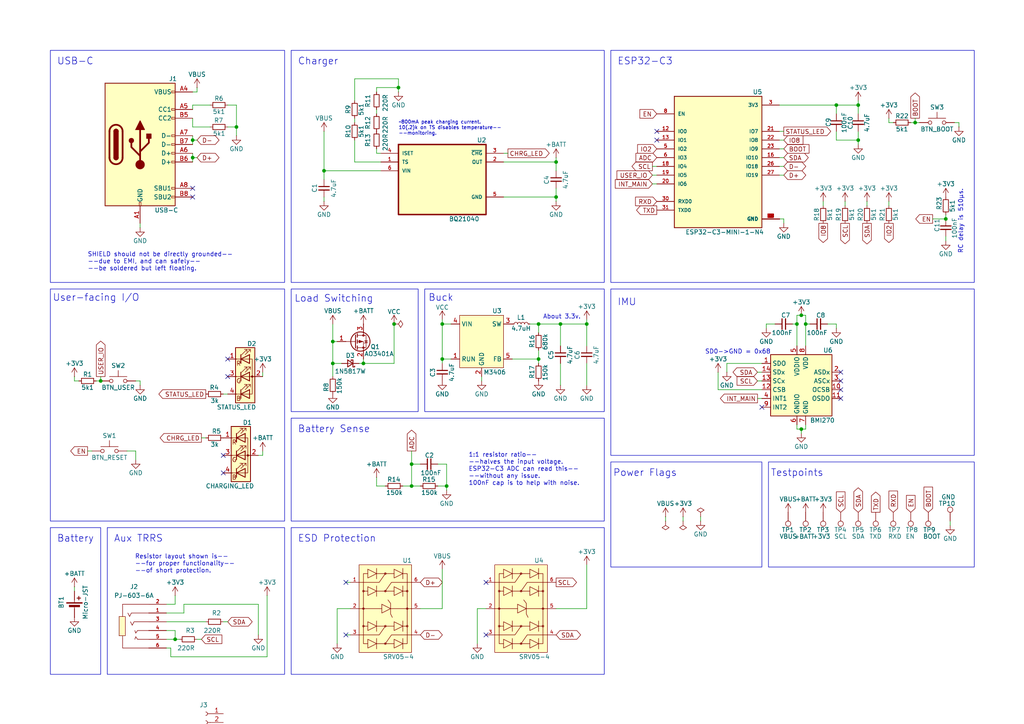
<source format=kicad_sch>
(kicad_sch (version 20231120) (generator "eeschema") (generator_version "8.0")
  (paper "A4")
  (title_block (title "Lilypad") (date "2024-01-23") (rev "V5 R2") (company "Made by Meia of KOUNOLAB for LilypadVR"))
  (junction (at 55.88 40.64))
  (junction (at 29.21 110.49))
  (junction (at 105.41 105.41))
  (junction (at 55.88 45.72))
  (junction (at 115.57 25.4))
  (junction (at 248.92 30.48))
  (junction (at 265.43 35.56))
  (junction (at 93.98 49.53))
  (junction (at 231.14 93.98))
  (junction (at 162.56 93.98))
  (junction (at 114.3 93.98))
  (junction (at 248.92 40.64))
  (junction (at 232.41 124.46))
  (junction (at 119.38 140.97))
  (junction (at 128.27 104.14))
  (junction (at 128.27 93.98))
  (junction (at 170.18 93.98))
  (junction (at 232.41 91.44))
  (junction (at 242.57 30.48))
  (junction (at 161.29 46.99))
  (junction (at 96.52 105.41))
  (junction (at 50.8 185.42))
  (junction (at 233.68 93.98))
  (junction (at 129.54 140.97))
  (junction (at 156.21 93.98))
  (junction (at 161.29 57.15))
  (junction (at 156.21 104.14))
  (junction (at 119.38 134.62))
  (junction (at 68.58 36.83))
  (junction (at 274.32 63.5))
  (junction (at 96.52 99.06))
  (no_connect (at 100.33 184.15))
  (no_connect (at 140.97 184.15))
  (no_connect (at 243.84 107.95))
  (no_connect (at 190.5 38.1))
  (no_connect (at 243.84 110.49))
  (no_connect (at 64.77 137.16))
  (no_connect (at 243.84 115.57))
  (no_connect (at 243.84 113.03))
  (no_connect (at 100.33 168.91))
  (no_connect (at 140.97 168.91))
  (no_connect (at 55.88 57.15))
  (no_connect (at 55.88 54.61))
  (no_connect (at 64.77 132.08))
  (no_connect (at 220.98 118.11))
  (no_connect (at 66.04 109.22))
  (no_connect (at 190.5 40.64))
  (no_connect (at 66.04 104.14))
  (wire (pts (xy 128.27 92.71) (xy 128.27 93.98)))
  (wire (pts (xy 275.59 151.13) (xy 275.59 152.4)))
  (wire (pts (xy 161.29 58.42) (xy 161.29 57.15)))
  (wire (pts (xy 231.14 124.46) (xy 232.41 124.46)))
  (wire (pts (xy 129.54 142.24) (xy 129.54 140.97)))
  (wire (pts (xy 242.57 30.48) (xy 248.92 30.48)))
  (wire (pts (xy 232.41 124.46) (xy 233.68 124.46)))
  (wire (pts (xy 232.41 124.46) (xy 232.41 125.73)))
  (wire (pts (xy 53.34 175.26) (xy 53.34 177.8)))
  (wire (pts (xy 231.14 124.46) (xy 231.14 123.19)))
  (wire (pts (xy 119.38 140.97) (xy 116.84 140.97)))
  (wire (pts (xy 238.76 59.69) (xy 238.76 58.42)))
  (wire (pts (xy 40.64 66.04) (xy 40.64 64.77)))
  (wire (pts (xy 115.57 25.4) (xy 115.57 26.67)))
  (wire (pts (xy 226.06 45.72) (xy 227.33 45.72)))
  (wire (pts (xy 66.04 30.48) (xy 68.58 30.48)))
  (wire (pts (xy 55.88 30.48) (xy 55.88 31.75)))
  (wire (pts (xy 55.88 44.45) (xy 55.88 45.72)))
  (wire (pts (xy 274.32 62.23) (xy 274.32 63.5)))
  (wire (pts (xy 276.86 35.56) (xy 278.13 35.56)))
  (wire (pts (xy 248.92 29.21) (xy 248.92 30.48)))
  (wire (pts (xy 128.27 176.53) (xy 121.92 176.53)))
  (wire (pts (xy 245.11 59.69) (xy 245.11 58.42)))
  (wire (pts (xy 231.14 93.98) (xy 231.14 100.33)))
  (wire (pts (xy 64.77 180.34) (xy 66.04 180.34)))
  (wire (pts (xy 109.22 25.4) (xy 115.57 25.4)))
  (wire (pts (xy 55.88 40.64) (xy 57.15 40.64)))
  (wire (pts (xy 39.37 110.49) (xy 40.64 110.49)))
  (wire (pts (xy 156.21 96.52) (xy 156.21 93.98)))
  (wire (pts (xy 220.98 105.41) (xy 210.82 105.41)))
  (wire (pts (xy 146.05 44.45) (xy 147.32 44.45)))
  (wire (pts (xy 233.68 93.98) (xy 234.95 93.98)))
  (wire (pts (xy 36.83 130.81) (xy 39.37 130.81)))
  (wire (pts (xy 226.06 63.5) (xy 227.33 63.5)))
  (wire (pts (xy 64.77 114.3) (xy 66.04 114.3)))
  (wire (pts (xy 115.57 22.86) (xy 115.57 25.4)))
  (wire (pts (xy 96.52 99.06) (xy 96.52 93.98)))
  (wire (pts (xy 226.06 43.18) (xy 227.33 43.18)))
  (wire (pts (xy 39.37 130.81) (xy 39.37 133.35)))
  (wire (pts (xy 278.13 35.56) (xy 278.13 36.83)))
  (wire (pts (xy 49.53 190.5) (xy 49.53 187.96)))
  (wire (pts (xy 77.47 190.5) (xy 77.47 172.72)))
  (wire (pts (xy 129.54 134.62) (xy 129.54 140.97)))
  (wire (pts (xy 109.22 140.97) (xy 111.76 140.97)))
  (wire (pts (xy 109.22 44.45) (xy 109.22 43.18)))
  (wire (pts (xy 139.7 109.22) (xy 139.7 110.49)))
  (wire (pts (xy 50.8 182.88) (xy 50.8 185.42)))
  (wire (pts (xy 57.15 185.42) (xy 58.42 185.42)))
  (wire (pts (xy 114.3 93.98) (xy 114.3 105.41)))
  (wire (pts (xy 49.53 190.5) (xy 77.47 190.5)))
  (wire (pts (xy 233.68 91.44) (xy 233.68 93.98)))
  (wire (pts (xy 233.68 124.46) (xy 233.68 123.19)))
  (wire (pts (xy 224.79 93.98) (xy 222.25 93.98)))
  (wire (pts (xy 231.14 93.98) (xy 231.14 91.44)))
  (wire (pts (xy 226.06 50.8) (xy 227.33 50.8)))
  (wire (pts (xy 93.98 49.53) (xy 110.49 49.53)))
  (wire (pts (xy 161.29 176.53) (xy 170.18 176.53)))
  (wire (pts (xy 208.28 107.95) (xy 208.28 113.03)))
  (wire (pts (xy 156.21 104.14) (xy 156.21 101.6)))
  (wire (pts (xy 189.23 50.8) (xy 190.5 50.8)))
  (wire (pts (xy 48.26 185.42) (xy 50.8 185.42)))
  (wire (pts (xy 109.22 31.75) (xy 109.22 33.02)))
  (wire (pts (xy 231.14 91.44) (xy 232.41 91.44)))
  (wire (pts (xy 248.92 38.1) (xy 248.92 40.64)))
  (wire (pts (xy 189.23 53.34) (xy 190.5 53.34)))
  (wire (pts (xy 74.93 175.26) (xy 74.93 184.15)))
  (wire (pts (xy 242.57 33.02) (xy 242.57 30.48)))
  (wire (pts (xy 148.59 104.14) (xy 156.21 104.14)))
  (wire (pts (xy 233.68 93.98) (xy 233.68 100.33)))
  (wire (pts (xy 248.92 33.02) (xy 248.92 30.48)))
  (wire (pts (xy 138.43 186.69) (xy 138.43 176.53)))
  (wire (pts (xy 104.14 105.41) (xy 105.41 105.41)))
  (wire (pts (xy 57.15 26.67) (xy 55.88 26.67)))
  (wire (pts (xy 102.87 34.29) (xy 102.87 35.56)))
  (wire (pts (xy 146.05 57.15) (xy 161.29 57.15)))
  (wire (pts (xy 128.27 165.1) (xy 128.27 176.53)))
  (wire (pts (xy 242.57 40.64) (xy 248.92 40.64)))
  (wire (pts (xy 219.71 110.49) (xy 220.98 110.49)))
  (wire (pts (xy 53.34 175.26) (xy 74.93 175.26)))
  (wire (pts (xy 270.51 63.5) (xy 274.32 63.5)))
  (wire (pts (xy 189.23 48.26) (xy 190.5 48.26)))
  (wire (pts (xy 102.87 46.99) (xy 102.87 40.64)))
  (wire (pts (xy 96.52 105.41) (xy 99.06 105.41)))
  (wire (pts (xy 110.49 44.45) (xy 109.22 44.45)))
  (wire (pts (xy 226.06 30.48) (xy 242.57 30.48)))
  (wire (pts (xy 193.04 149.86) (xy 193.04 151.13)))
  (wire (pts (xy 128.27 93.98) (xy 130.81 93.98)))
  (wire (pts (xy 219.71 115.57) (xy 220.98 115.57)))
  (wire (pts (xy 40.64 110.49) (xy 40.64 111.76)))
  (wire (pts (xy 161.29 45.72) (xy 161.29 46.99)))
  (wire (pts (xy 27.94 110.49) (xy 29.21 110.49)))
  (wire (pts (xy 162.56 93.98) (xy 162.56 100.33)))
  (wire (pts (xy 105.41 105.41) (xy 114.3 105.41)))
  (wire (pts (xy 266.7 35.56) (xy 265.43 35.56)))
  (wire (pts (xy 55.88 40.64) (xy 55.88 39.37)))
  (wire (pts (xy 50.8 175.26) (xy 50.8 172.72)))
  (wire (pts (xy 55.88 36.83) (xy 55.88 34.29)))
  (wire (pts (xy 58.42 127) (xy 59.69 127)))
  (wire (pts (xy 76.2 130.81) (xy 76.2 132.08)))
  (wire (pts (xy 170.18 93.98) (xy 170.18 100.33)))
  (wire (pts (xy 68.58 36.83) (xy 66.04 36.83)))
  (wire (pts (xy 162.56 93.98) (xy 170.18 93.98)))
  (wire (pts (xy 265.43 34.29) (xy 265.43 35.56)))
  (wire (pts (xy 68.58 30.48) (xy 68.58 36.83)))
  (wire (pts (xy 93.98 49.53) (xy 93.98 52.07)))
  (wire (pts (xy 93.98 38.1) (xy 93.98 49.53)))
  (wire (pts (xy 55.88 30.48) (xy 60.96 30.48)))
  (wire (pts (xy 100.33 168.91) (xy 101.6 168.91)))
  (wire (pts (xy 119.38 134.62) (xy 119.38 140.97)))
  (wire (pts (xy 251.46 59.69) (xy 251.46 58.42)))
  (wire (pts (xy 25.4 130.81) (xy 26.67 130.81)))
  (wire (pts (xy 96.52 99.06) (xy 96.52 105.41)))
  (wire (pts (xy 21.59 109.22) (xy 21.59 110.49)))
  (wire (pts (xy 110.49 46.99) (xy 102.87 46.99)))
  (wire (pts (xy 128.27 104.14) (xy 130.81 104.14)))
  (wire (pts (xy 48.26 180.34) (xy 59.69 180.34)))
  (wire (pts (xy 68.58 39.37) (xy 68.58 36.83)))
  (wire (pts (xy 97.79 186.69) (xy 97.79 176.53)))
  (wire (pts (xy 109.22 25.4) (xy 109.22 26.67)))
  (wire (pts (xy 60.96 36.83) (xy 55.88 36.83)))
  (wire (pts (xy 109.22 138.43) (xy 109.22 140.97)))
  (wire (pts (xy 226.06 40.64) (xy 227.33 40.64)))
  (wire (pts (xy 257.81 35.56) (xy 259.08 35.56)))
  (wire (pts (xy 74.93 132.08) (xy 76.2 132.08)))
  (wire (pts (xy 21.59 170.18) (xy 21.59 171.45)))
  (wire (pts (xy 170.18 163.83) (xy 170.18 176.53)))
  (wire (pts (xy 156.21 104.14) (xy 156.21 105.41)))
  (wire (pts (xy 48.26 182.88) (xy 50.8 182.88)))
  (wire (pts (xy 49.53 187.96) (xy 48.26 187.96)))
  (wire (pts (xy 161.29 46.99) (xy 161.29 49.53)))
  (wire (pts (xy 198.12 149.86) (xy 198.12 151.13)))
  (wire (pts (xy 93.98 57.15) (xy 93.98 58.42)))
  (wire (pts (xy 170.18 92.71) (xy 170.18 93.98)))
  (wire (pts (xy 55.88 41.91) (xy 55.88 40.64)))
  (wire (pts (xy 146.05 46.99) (xy 161.29 46.99)))
  (wire (pts (xy 232.41 91.44) (xy 233.68 91.44)))
  (wire (pts (xy 105.41 105.41) (xy 105.41 104.14)))
  (wire (pts (xy 203.2 149.86) (xy 203.2 151.13)))
  (wire (pts (xy 220.98 113.03) (xy 208.28 113.03)))
  (wire (pts (xy 264.16 35.56) (xy 265.43 35.56)))
  (wire (pts (xy 50.8 185.42) (xy 52.07 185.42)))
  (wire (pts (xy 102.87 22.86) (xy 115.57 22.86)))
  (wire (pts (xy 153.67 93.98) (xy 156.21 93.98)))
  (wire (pts (xy 222.25 93.98) (xy 222.25 95.25)))
  (wire (pts (xy 100.33 184.15) (xy 101.6 184.15)))
  (wire (pts (xy 48.26 175.26) (xy 50.8 175.26)))
  (wire (pts (xy 21.59 110.49) (xy 22.86 110.49)))
  (wire (pts (xy 226.06 48.26) (xy 227.33 48.26)))
  (wire (pts (xy 57.15 25.4) (xy 57.15 26.67)))
  (wire (pts (xy 240.03 93.98) (xy 242.57 93.98)))
  (wire (pts (xy 229.87 93.98) (xy 231.14 93.98)))
  (wire (pts (xy 102.87 22.86) (xy 102.87 29.21)))
  (wire (pts (xy 127 134.62) (xy 129.54 134.62)))
  (wire (pts (xy 248.92 40.64) (xy 248.92 41.91)))
  (wire (pts (xy 119.38 140.97) (xy 121.92 140.97)))
  (wire (pts (xy 128.27 93.98) (xy 128.27 104.14)))
  (wire (pts (xy 97.79 176.53) (xy 101.6 176.53)))
  (wire (pts (xy 76.2 107.95) (xy 76.2 109.22)))
  (wire (pts (xy 257.81 34.29) (xy 257.81 35.56)))
  (wire (pts (xy 128.27 105.41) (xy 128.27 104.14)))
  (wire (pts (xy 219.71 107.95) (xy 220.98 107.95)))
  (wire (pts (xy 257.81 59.69) (xy 257.81 58.42)))
  (wire (pts (xy 55.88 45.72) (xy 55.88 46.99)))
  (wire (pts (xy 170.18 105.41) (xy 170.18 111.76)))
  (wire (pts (xy 119.38 130.81) (xy 119.38 134.62)))
  (wire (pts (xy 156.21 93.98) (xy 162.56 93.98)))
  (wire (pts (xy 242.57 40.64) (xy 242.57 38.1)))
  (wire (pts (xy 242.57 93.98) (xy 242.57 95.25)))
  (wire (pts (xy 162.56 105.41) (xy 162.56 111.76)))
  (wire (pts (xy 274.32 68.58) (xy 274.32 69.85)))
  (wire (pts (xy 138.43 176.53) (xy 140.97 176.53)))
  (wire (pts (xy 53.34 177.8) (xy 48.26 177.8)))
  (wire (pts (xy 97.79 99.06) (xy 96.52 99.06)))
  (wire (pts (xy 29.21 109.22) (xy 29.21 110.49)))
  (wire (pts (xy 119.38 134.62) (xy 121.92 134.62)))
  (wire (pts (xy 127 140.97) (xy 129.54 140.97)))
  (wire (pts (xy 161.29 57.15) (xy 161.29 54.61)))
  (wire (pts (xy 226.06 38.1) (xy 227.33 38.1)))
  (wire (pts (xy 227.33 63.5) (xy 227.33 64.77)))
  (wire (pts (xy 55.88 45.72) (xy 57.15 45.72)))
  (wire (pts (xy 96.52 105.41) (xy 96.52 109.22)))
  (wire (pts (xy 210.82 105.41) (xy 210.82 107.95)))
  (rectangle (start 84.455 14.605) (end 175.26 81.915))
  (rectangle (start 14.605 14.605) (end 82.55 81.915))
  (rectangle (start 84.455 83.82) (end 121.285 119.38))
  (rectangle (start 177.165 83.82) (end 282.575 132.08))
  (rectangle (start 84.455 121.285) (end 175.26 151.13))
  (rectangle (start 123.19 83.82) (end 175.26 119.38))
  (rectangle (start 177.165 133.985) (end 220.98 164.465))
  (rectangle (start 14.605 153.035) (end 29.21 195.58))
  (rectangle (start 84.455 153.035) (end 175.26 195.58))
  (rectangle (start 177.165 14.605) (end 282.575 81.915))
  (rectangle (start 14.605 83.82) (end 82.55 151.13))
  (rectangle (start 222.885 133.985) (end 282.575 164.465))
  (rectangle (start 31.115 153.035) (end 82.55 195.58))
  (text "USB-C" (at 16.51 19.05 0) (effects (font (size 2 2)) (justify left bottom)))
  (text "User-facing I/O" (at 15.24 87.63 0) (effects (font (size 2 2)) (justify left bottom)))
  (text "Testpoints\n" (at 223.52 138.43 0) (effects (font (size 2 2)) (justify left bottom)))
  (text "RC delay is 510µs." (at 279.4 73.66 90) (effects (font (size 1.27 1.27)) (justify left bottom)))
  (text "1:1 resistor ratio--\n--halves the input voltage.\nESP32-C3 ADC can read this--\n--without any issue.\n100nF cap is to help with noise." (at 135.89 140.97 0) (effects (font (size 1.27 1.27)) (justify left bottom)))
  (text "Battery Sense" (at 86.36 125.73 0) (effects (font (size 2 2)) (justify left bottom)))
  (text "About 3.3v." (at 157.48 92.71 0) (effects (font (size 1.27 1.27)) (justify left bottom)))
  (text "Power Flags" (at 177.8 138.43 0) (effects (font (size 2 2)) (justify left bottom)))
  (text "ESD Protection" (at 86.36 157.48 0) (effects (font (size 2 2)) (justify left bottom)))
  (text "Load Switching" (at 85.344 87.884 0) (effects (font (size 2 2)) (justify left bottom)))
  (text "~800mA peak charging current.\n10(.2)k on TS disables temperature--\n--monitoring." (at 115.57 39.37 0) (effects (font (size 1 1)) (justify left bottom)))
  (text "Resistor layout shown is--\n--for proper functionality--\n--of short protection." (at 39.116 166.37 0) (effects (font (size 1.27 1.27)) (justify left bottom)))
  (text "SD0->GND = 0x68" (at 204.47 102.87 0) (effects (font (size 1.27 1.27)) (justify left bottom)))
  (text "SHIELD should not be directly grounded--\n--due to EMI, and can safely--\n--be soldered but left floating." (at 25.4 78.74 0) (effects (font (size 1.27 1.27)) (justify left bottom)))
  (text "Battery" (at 16.51 157.48 0) (effects (font (size 2 2)) (justify left bottom)))
  (text "ESP32-C3" (at 179.07 19.05 0) (effects (font (size 2 2)) (justify left bottom)))
  (text "Charger" (at 86.36 19.05 0) (effects (font (size 2 2)) (justify left bottom)))
  (text "Aux TRRS" (at 33.02 157.48 0) (effects (font (size 2 2)) (justify left bottom)))
  (text "IMU" (at 179.07 88.9 0) (effects (font (size 2 2)) (justify left bottom)))
  (text "Buck" (at 124.206 87.63 0) (effects (font (size 2 2)) (justify left bottom)))
  (global_label "SDA" (shape output) (at 251.46 64.77 270) (property "Intersheetrefs" "${INTERSHEET_REFS}" (effects (hide yes))))
  (global_label "INT_MAIN" (shape output) (at 219.71 115.57 180) (property "Intersheetrefs" "${INTERSHEET_REFS}" (effects (hide yes))))
  (global_label "SCL" (shape input) (at 58.42 185.42 0) (property "Intersheetrefs" "${INTERSHEET_REFS}" (effects (hide yes))))
  (global_label "D+" (shape bidirectional) (at 227.33 50.8 0) (property "Intersheetrefs" "${INTERSHEET_REFS}" (effects (hide yes))))
  (global_label "RXD" (shape input) (at 190.5 58.42 180) (property "Intersheetrefs" "${INTERSHEET_REFS}" (effects (hide yes))))
  (global_label "USER_IO" (shape input) (at 189.23 50.8 180) (property "Intersheetrefs" "${INTERSHEET_REFS}" (effects (hide yes))))
  (global_label "SDA" (shape bidirectional) (at 227.33 45.72 0) (property "Intersheetrefs" "${INTERSHEET_REFS}" (effects (hide yes))))
  (global_label "ADC" (shape output) (at 119.38 130.81 90) (property "Intersheetrefs" "${INTERSHEET_REFS}" (effects (hide yes))))
  (global_label "CHRG_LED" (shape output) (at 58.42 127 180) (property "Intersheetrefs" "${INTERSHEET_REFS}" (effects (hide yes))))
  (global_label "EN" (shape output) (at 270.51 63.5 180) (property "Intersheetrefs" "${INTERSHEET_REFS}" (effects (hide yes))))
  (global_label "SDA" (shape bidirectional) (at 248.92 148.59 90) (property "Intersheetrefs" "${INTERSHEET_REFS}" (effects (hide yes))))
  (global_label "EN" (shape input) (at 264.16 148.59 90) (property "Intersheetrefs" "${INTERSHEET_REFS}" (effects (hide yes))))
  (global_label "IO8" (shape input) (at 227.33 40.64 0) (property "Intersheetrefs" "${INTERSHEET_REFS}" (effects (hide yes))))
  (global_label "BOOT" (shape input) (at 269.24 148.59 90) (property "Intersheetrefs" "${INTERSHEET_REFS}" (effects (hide yes))))
  (global_label "EN" (shape input) (at 190.5 33.02 180) (property "Intersheetrefs" "${INTERSHEET_REFS}" (effects (hide yes))))
  (global_label "TXD" (shape output) (at 254 148.59 90) (property "Intersheetrefs" "${INTERSHEET_REFS}" (effects (hide yes))))
  (global_label "SCL" (shape input) (at 243.84 148.59 90) (property "Intersheetrefs" "${INTERSHEET_REFS}" (effects (hide yes))))
  (global_label "D-" (shape bidirectional) (at 57.15 40.64 0) (property "Intersheetrefs" "${INTERSHEET_REFS}" (effects (hide yes))))
  (global_label "TXD" (shape output) (at 190.5 60.96 180) (property "Intersheetrefs" "${INTERSHEET_REFS}" (effects (hide yes))))
  (global_label "STATUS_LED" (shape output) (at 59.69 114.3 180) (property "Intersheetrefs" "${INTERSHEET_REFS}" (effects (hide yes))))
  (global_label "BOOT" (shape input) (at 227.33 43.18 0) (property "Intersheetrefs" "${INTERSHEET_REFS}" (effects (hide yes))))
  (global_label "CHRG_LED" (shape output) (at 147.32 44.45 0) (property "Intersheetrefs" "${INTERSHEET_REFS}" (effects (hide yes))))
  (global_label "SCL" (shape output) (at 245.11 64.77 270) (property "Intersheetrefs" "${INTERSHEET_REFS}" (effects (hide yes))))
  (global_label "D+" (shape bidirectional) (at 57.15 45.72 0) (property "Intersheetrefs" "${INTERSHEET_REFS}" (effects (hide yes))))
  (global_label "SDA" (shape bidirectional) (at 66.04 180.34 0) (property "Intersheetrefs" "${INTERSHEET_REFS}" (effects (hide yes))))
  (global_label "D-" (shape bidirectional) (at 121.92 184.15 0) (property "Intersheetrefs" "${INTERSHEET_REFS}" (effects (hide yes))))
  (global_label "EN" (shape output) (at 25.4 130.81 180) (property "Intersheetrefs" "${INTERSHEET_REFS}" (effects (hide yes))))
  (global_label "SCL" (shape output) (at 161.29 168.91 0) (property "Intersheetrefs" "${INTERSHEET_REFS}" (effects (hide yes))))
  (global_label "INT_MAIN" (shape input) (at 189.23 53.34 180) (property "Intersheetrefs" "${INTERSHEET_REFS}" (effects (hide yes))))
  (global_label "SDA" (shape bidirectional) (at 161.29 184.15 0) (property "Intersheetrefs" "${INTERSHEET_REFS}" (effects (hide yes))))
  (global_label "IO8" (shape output) (at 238.76 64.77 270) (property "Intersheetrefs" "${INTERSHEET_REFS}" (effects (hide yes))))
  (global_label "ADC" (shape input) (at 190.5 45.72 180) (property "Intersheetrefs" "${INTERSHEET_REFS}" (effects (hide yes))))
  (global_label "IO2" (shape output) (at 257.81 64.77 270) (property "Intersheetrefs" "${INTERSHEET_REFS}" (effects (hide yes))))
  (global_label "SDA" (shape bidirectional) (at 219.71 107.95 180) (property "Intersheetrefs" "${INTERSHEET_REFS}" (effects (hide yes))))
  (global_label "D-" (shape bidirectional) (at 227.33 48.26 0) (property "Intersheetrefs" "${INTERSHEET_REFS}" (effects (hide yes))))
  (global_label "STATUS_LED" (shape output) (at 227.33 38.1 0) (property "Intersheetrefs" "${INTERSHEET_REFS}" (effects (hide yes))))
  (global_label "SCL" (shape output) (at 189.23 48.26 180) (property "Intersheetrefs" "${INTERSHEET_REFS}" (effects (hide yes))))
  (global_label "IO2" (shape input) (at 190.5 43.18 180) (property "Intersheetrefs" "${INTERSHEET_REFS}" (effects (hide yes))))
  (global_label "USER_IO" (shape output) (at 29.21 109.22 90) (property "Intersheetrefs" "${INTERSHEET_REFS}" (effects (hide yes))))
  (global_label "D+" (shape bidirectional) (at 121.92 168.91 0) (property "Intersheetrefs" "${INTERSHEET_REFS}" (effects (hide yes))))
  (global_label "SCL" (shape input) (at 219.71 110.49 180) (property "Intersheetrefs" "${INTERSHEET_REFS}" (effects (hide yes))))
  (global_label "RXD" (shape input) (at 259.08 148.59 90) (property "Intersheetrefs" "${INTERSHEET_REFS}" (effects (hide yes))))
  (global_label "BOOT" (shape output) (at 265.43 34.29 90) (property "Intersheetrefs" "${INTERSHEET_REFS}" (effects (hide yes))))
  (symbol (lib_id "Lilypad Symbols:R_Small") (at 62.23 114.3 270) (unit 1)
    (property "Reference" "R4" (at 63.5 112.395 90) (effects (justify right)))
    (property "Value" "3k" (at 63.5 116.205 90) (effects (justify right)))
    (property "Footprint" "Lilypad Footprints:R_0603_1608Metric" (effects (hide yes)))
    (property "EXTENDED?" "FALSE" (effects (hide yes)))
    (property "MPN" "C4211" (effects (hide yes)))
  )
  (symbol (lib_id "Connector:TestPoint") (at 269.24 148.59 180) (unit 1)
    (property "Reference" "TP9" (at 267.716 153.67 0) (effects (justify right)))
    (property "Value" "BOOT" (at 267.716 155.575 0) (effects (justify right)))
    (property "Footprint" "Lilypad Footprints:TestPoint_Pad_D1.5mm" (effects (hide yes)))
    (property "EXTENDED?" "N/A" (effects (hide yes)))
    (property "MPN" "N/A" (effects (hide yes)))
  )
  (symbol (lib_id "Lilypad Symbols:R_Small") (at 96.52 111.76 0) (unit 1)
    (property "Reference" "R8" (at 94.615 113.665 90) (effects (justify left)))
    (property "Value" "150k" (at 98.425 114.3 90) (effects (justify left)))
    (property "Footprint" "Lilypad Footprints:R_0603_1608Metric" (effects (hide yes)))
    (property "EXTENDED?" "FALSE" (effects (hide yes)))
    (property "MPN" "C22807" (effects (hide yes)))
  )
  (symbol (lib_id "Lilypad Symbols:R_Small") (at 63.5 30.48 270) (unit 1)
    (property "Reference" "R6" (at 63.5 28.575 90))
    (property "Value" "5k1" (at 63.5 32.385 90))
    (property "Footprint" "Lilypad Footprints:R_0603_1608Metric" (effects (hide yes)))
    (property "EXTENDED?" "FALSE" (effects (hide yes)))
    (property "MPN" "C23186" (effects (hide yes)))
  )
  (symbol (lib_id "Lilypad Symbols:R_Small") (at 156.21 107.95 0) (unit 1)
    (property "Reference" "R17" (at 154.305 109.855 90) (effects (justify left)))
    (property "Value" "150k" (at 158.115 110.49 90) (effects (justify left)))
    (property "Footprint" "Lilypad Footprints:R_0603_1608Metric" (effects (hide yes)))
    (property "EXTENDED?" "FALSE" (effects (hide yes)))
    (property "MPN" "C22807" (effects (hide yes)))
  )
  (symbol (lib_id "Connector:TestPoint") (at 228.6 148.59 180) (unit 1)
    (property "Reference" "TP1" (at 226.695 153.67 0) (effects (justify right)))
    (property "Value" "VBUS" (at 226.06 155.575 0) (effects (justify right)))
    (property "Footprint" "Lilypad Footprints:TestPoint_Pad_D1.5mm" (effects (hide yes)))
    (property "EXTENDED?" "N/A" (effects (hide yes)))
    (property "MPN" "N/A" (effects (hide yes)))
  )
  (symbol (lib_name "+3V3_1") (lib_id "power:+3V3") (at 238.76 58.42 0) (unit 1)
    (property "Reference" "#PWR046" (effects (hide yes)))
    (property "Value" "+3V3" (at 238.76 54.61 0))
    (property "Description" "Power symbol creates a global label with name \"+3V3\"" (effects (hide yes)))
  )
  (symbol (lib_name "VBUS_2") (lib_id "power:VBUS") (at 57.15 25.4 0) (unit 1)
    (property "Reference" "#PWR07" (effects (hide yes)))
    (property "Value" "VBUS" (at 57.15 21.59 0))
    (property "Description" "Power symbol creates a global label with name \"VBUS\"" (effects (hide yes)))
  )
  (symbol (lib_name "GND_1") (lib_id "power:GND") (at 138.43 186.69 0) (unit 1)
    (property "Reference" "#PWR026" (effects (hide yes)))
    (property "Value" "GND" (at 138.43 190.5 0))
    (property "Description" "Power symbol creates a global label with name \"GND\" , ground" (effects (hide yes)))
  )
  (symbol (lib_id "Lilypad Symbols:R_Small") (at 238.76 62.23 180) (unit 1)
    (property "Reference" "R18" (at 236.855 62.23 90))
    (property "Value" "5k1" (at 240.665 62.23 90))
    (property "Footprint" "Lilypad Footprints:R_0603_1608Metric" (effects (hide yes)))
    (property "EXTENDED?" "FALSE" (effects (hide yes)))
    (property "MPN" "C23186" (effects (hide yes)))
  )
  (symbol (lib_id "Lilypad Symbols:C_Small") (at 93.98 54.61 0) (unit 1)
    (property "Reference" "C1" (at 91.2374 55.9025 90) (effects (justify left)))
    (property "Value" "4.7uF" (at 96.8009 57.3636 90) (effects (justify left)))
    (property "Footprint" "Lilypad Footprints:C_0603_1608Metric" (effects (hide yes)))
    (property "MPN" "C19666" (effects (hide yes)))
    (property "EXTENDED?" "FALSE" (effects (hide yes)))
  )
  (symbol (lib_name "GND_2") (lib_id "power:GND") (at 203.2 151.13 0) (unit 1)
    (property "Reference" "#PWR037" (effects (hide yes)))
    (property "Value" "GND" (at 203.2 154.94 0))
    (property "Description" "Power symbol creates a global label with name \"GND\" , ground" (effects (hide yes)))
  )
  (symbol (lib_name "GND_2") (lib_id "power:GND") (at 170.18 111.76 0) (unit 1)
    (property "Reference" "#PWR033" (effects (hide yes)))
    (property "Value" "GND" (at 170.18 115.57 0))
    (property "Description" "Power symbol creates a global label with name \"GND\" , ground" (effects (hide yes)))
  )
  (symbol (lib_name "+3V3_1") (lib_id "power:+3V3") (at 208.28 107.95 0) (unit 1)
    (property "Reference" "#PWR038" (effects (hide yes)))
    (property "Value" "+3V3" (at 208.28 104.14 0))
    (property "Description" "Power symbol creates a global label with name \"+3V3\"" (effects (hide yes)))
  )
  (symbol (lib_name "GND_2") (lib_id "power:GND") (at 97.79 186.69 0) (unit 1)
    (property "Reference" "#PWR017" (effects (hide yes)))
    (property "Value" "GND" (at 97.79 190.5 0))
    (property "Description" "Power symbol creates a global label with name \"GND\" , ground" (effects (hide yes)))
  )
  (symbol (lib_id "Lilypad Symbols:LED_RAGB") (at 71.12 109.22 0) (unit 1)
    (property "Reference" "D2" (at 73.025 99.695 0))
    (property "Value" "STATUS_LED" (at 68.58 118.11 0))
    (property "Footprint" "Lilypad Footprints:LED-SMD_FM-3510RGBA-SG" (effects (hide yes)))
    (property "EXTENDED?" "TRUE" (effects (hide yes)))
    (property "MPN" "C727903" (effects (hide yes)))
  )
  (symbol (lib_name "GND_2") (lib_id "power:GND") (at 93.98 58.42 0) (unit 1)
    (property "Reference" "#PWR014" (effects (hide yes)))
    (property "Value" "GND" (at 93.98 62.23 0))
    (property "Description" "Power symbol creates a global label with name \"GND\" , ground" (effects (hide yes)))
  )
  (symbol (lib_id "Lilypad Symbols:C_Small") (at 227.33 93.98 90) (unit 1)
    (property "Reference" "C7" (at 229.235 91.44 90) (effects (justify left)))
    (property "Value" "100nF" (at 229.87 96.52 90) (effects (justify left)))
    (property "Footprint" "Lilypad Footprints:C_0603_1608Metric" (effects (hide yes)))
    (property "EXTENDED?" "FALSE" (effects (hide yes)))
    (property "MPN" "C14663" (effects (hide yes)))
  )
  (symbol (lib_name "VBUS_2") (lib_id "power:VBUS") (at 93.98 38.1 0) (unit 1)
    (property "Reference" "#PWR013" (effects (hide yes)))
    (property "Value" "VBUS" (at 93.98 34.29 0))
    (property "Description" "Power symbol creates a global label with name \"VBUS\"" (effects (hide yes)))
  )
  (symbol (lib_id "Lilypad Symbols:R_Small") (at 114.3 140.97 90) (mirror x) (unit 1)
    (property "Reference" "R14" (at 116.205 139.065 90) (effects (justify left)))
    (property "Value" "150k" (at 116.84 142.875 90) (effects (justify left)))
    (property "Footprint" "Lilypad Footprints:R_0603_1608Metric" (effects (hide yes)))
    (property "EXTENDED?" "FALSE" (effects (hide yes)))
    (property "MPN" "C22807" (effects (hide yes)))
  )
  (symbol (lib_id "Lilypad Symbols:R_Small") (at 109.22 29.21 180) (unit 1)
    (property "Reference" "R11" (at 106.68 27.305 90) (effects (justify left)))
    (property "Value" "220R" (at 111.76 27.305 90) (effects (justify left)))
    (property "Footprint" "Lilypad Footprints:R_0603_1608Metric" (effects (hide yes)))
    (property "EXTENDED?" "FALSE" (effects (hide yes)))
    (property "MPN" "C22962" (effects (hide yes)))
  )
  (symbol (lib_name "+3V3_1") (lib_id "power:+3V3") (at 257.81 34.29 0) (unit 1)
    (property "Reference" "#PWR053" (effects (hide yes)))
    (property "Value" "+3V3" (at 257.81 30.48 0))
    (property "Description" "Power symbol creates a global label with name \"+3V3\"" (effects (hide yes)))
  )
  (symbol (lib_id "Lilypad Symbols:SRV05-4_C558418") (at 151.13 176.53 270) (unit 1)
    (property "Reference" "U4" (at 154.94 162.56 90) (effects (justify left)))
    (property "Value" "SRV05-4" (at 150.495 190.5 90) (effects (justify left)))
    (property "Footprint" "Lilypad Footprints:SOT-23-6" (effects (hide yes)))
    (property "Datasheet" "https://item.szlcsc.com/169042.html" (effects (hide yes)))
    (property "EXTENDED?" "FALSE" (effects (hide yes)))
    (property "MPN" "C7420376" (effects (hide yes)))
  )
  (symbol (lib_name "+3V3_1") (lib_id "power:+3V3") (at 232.41 91.44 0) (unit 1)
    (property "Reference" "#PWR043" (effects (hide yes)))
    (property "Value" "+3V3" (at 232.41 87.63 0))
    (property "Description" "Power symbol creates a global label with name \"+3V3\"" (effects (hide yes)))
  )
  (symbol (lib_name "PWR_FLAG_1") (lib_id "power:PWR_FLAG") (at 203.2 149.86 0) (unit 1)
    (property "Reference" "#FLG04" (effects (hide yes)))
    (property "Value" "PWR_FLAG" (effects (hide yes)))
    (property "Description" "Special symbol for telling ERC where power comes from" (effects (hide yes)))
  )
  (symbol (lib_id "Lilypad Symbols:R_Small") (at 109.22 35.56 180) (unit 1)
    (property "Reference" "R12" (at 106.68 33.655 90) (effects (justify left)))
    (property "Value" "220R" (at 111.76 33.655 90) (effects (justify left)))
    (property "Footprint" "Lilypad Footprints:R_0603_1608Metric" (effects (hide yes)))
    (property "EXTENDED?" "FALSE" (effects (hide yes)))
    (property "MPN" "C22962" (effects (hide yes)))
  )
  (symbol (lib_id "Lilypad Symbols:C_Small") (at 162.56 102.87 0) (unit 1)
    (property "Reference" "C5" (at 159.8063 104.3311 90) (effects (justify left)))
    (property "Value" "4.7uF" (at 165.3136 105.6798 90) (effects (justify left)))
    (property "Footprint" "Lilypad Footprints:C_0603_1608Metric" (effects (hide yes)))
    (property "MPN" "C19666" (effects (hide yes)))
    (property "EXTENDED?" "FALSE" (effects (hide yes)))
  )
  (symbol (lib_id "Lilypad Symbols:R_Small") (at 109.22 40.64 180) (unit 1)
    (property "Reference" "R13" (at 106.68 38.735 90) (effects (justify left)))
    (property "Value" "220R" (at 111.76 38.735 90) (effects (justify left)))
    (property "Footprint" "Lilypad Footprints:R_0603_1608Metric" (effects (hide yes)))
    (property "EXTENDED?" "FALSE" (effects (hide yes)))
    (property "MPN" "C22962" (effects (hide yes)))
  )
  (symbol (lib_name "+3V3_1") (lib_id "power:+3V3") (at 238.76 148.59 0) (unit 1)
    (property "Reference" "#PWR047" (effects (hide yes)))
    (property "Value" "+3V3" (at 238.76 144.78 0))
    (property "Description" "Power symbol creates a global label with name \"+3V3\"" (effects (hide yes)))
  )
  (symbol (lib_name "GND_2") (lib_id "power:GND") (at 96.52 114.3 0) (unit 1)
    (property "Reference" "#PWR016" (effects (hide yes)))
    (property "Value" "GND" (at 96.52 118.11 0))
    (property "Description" "Power symbol creates a global label with name \"GND\" , ground" (effects (hide yes)))
  )
  (symbol (lib_id "Lilypad Symbols:M3406") (at 139.7 99.06 0) (unit 1)
    (property "Reference" "U3" (at 144.145 90.17 0))
    (property "Value" "M3406" (at 143.51 107.95 0))
    (property "Footprint" "Lilypad Footprints:SOT-23-5" (effects (hide yes)))
    (property "Datasheet" "https://datasheet.lcsc.com/lcsc/1811151539_XI-AN-Aerosemi-Tech-M3406-ADJ_C83224.pdf" (effects (hide yes)))
    (property "EXTENDED?" "TRUE" (effects (hide yes)))
    (property "MPN" "C83224" (effects (hide yes)))
  )
  (symbol (lib_name "GND_2") (lib_id "power:GND") (at 242.57 95.25 0) (unit 1)
    (property "Reference" "#PWR048" (effects (hide yes)))
    (property "Value" "GND" (at 242.57 99.06 0))
    (property "Description" "Power symbol creates a global label with name \"GND\" , ground" (effects (hide yes)))
  )
  (symbol (lib_name "GND_2") (lib_id "power:GND") (at 156.21 110.49 0) (unit 1)
    (property "Reference" "#PWR028" (effects (hide yes)))
    (property "Value" "GND" (at 156.21 114.3 0))
    (property "Description" "Power symbol creates a global label with name \"GND\" , ground" (effects (hide yes)))
  )
  (symbol (lib_name "+3V3_1") (lib_id "power:+3V3") (at 198.12 149.86 0) (unit 1)
    (property "Reference" "#PWR036" (effects (hide yes)))
    (property "Value" "+3V3" (at 198.12 146.05 0))
    (property "Description" "Power symbol creates a global label with name \"+3V3\"" (effects (hide yes)))
  )
  (symbol (lib_id "PJ-603-6A:PJ-603-6A") (at 41.91 180.34 0) (unit 1)
    (property "Reference" "J2" (at 38.862 170.18 0))
    (property "Value" "PJ-603-6A" (at 38.862 172.72 0))
    (property "Footprint" "Lilypad Footprints:AUDIO-TH_PJ-603-6A" (effects (hide yes)))
    (property "Datasheet" "https://atta.szlcsc.com/upload/public/pdf/source/20191118/C145809_A7CD27A1535D47C933B54D4EB70E0E36.pdf" (effects (hide yes)))
    (property "LCSC" "C145809" (effects (hide yes)))
  )
  (symbol (lib_name "+3V3_1") (lib_id "power:+3V3") (at 245.11 58.42 0) (unit 1)
    (property "Reference" "#PWR049" (effects (hide yes)))
    (property "Value" "+3V3" (at 245.11 54.61 0))
    (property "Description" "Power symbol creates a global label with name \"+3V3\"" (effects (hide yes)))
  )
  (symbol (lib_name "VBUS_2") (lib_id "power:VBUS") (at 96.52 93.98 0) (unit 1)
    (property "Reference" "#PWR015" (effects (hide yes)))
    (property "Value" "VBUS" (at 96.52 90.17 0))
    (property "Description" "Power symbol creates a global label with name \"VBUS\"" (effects (hide yes)))
  )
  (symbol (lib_id "Lilypad Symbols:R_Small") (at 156.21 99.06 0) (unit 1)
    (property "Reference" "R16" (at 154.305 100.965 90) (effects (justify left)))
    (property "Value" "680k" (at 158.115 101.6 90) (effects (justify left)))
    (property "Footprint" "Lilypad Footprints:R_0603_1608Metric" (effects (hide yes)))
    (property "EXTENDED?" "FALSE" (effects (hide yes)))
    (property "MPN" "C25822" (effects (hide yes)))
  )
  (symbol (lib_name "VBUS_1") (lib_id "power:VBUS") (at 128.27 165.1 0) (unit 1)
    (property "Reference" "#PWR024" (effects (hide yes)))
    (property "Value" "VBUS" (at 128.27 161.29 0))
    (property "Description" "Power symbol creates a global label with name \"VBUS\"" (effects (hide yes)))
  )
  (symbol (lib_name "GND_2") (lib_id "power:GND") (at 128.27 110.49 0) (unit 1)
    (property "Reference" "#PWR023" (effects (hide yes)))
    (property "Value" "GND" (at 128.27 114.3 0))
    (property "Description" "Power symbol creates a global label with name \"GND\" , ground" (effects (hide yes)))
  )
  (symbol (lib_name "+BATT_1") (lib_id "power:+BATT") (at 21.59 170.18 0) (mirror y) (unit 1)
    (property "Reference" "#PWR02" (effects (hide yes)))
    (property "Value" "+BATT" (at 21.59 166.37 0))
    (property "Description" "Power symbol creates a global label with name \"+BATT\"" (effects (hide yes)))
  )
  (symbol (lib_id "Lilypad Symbols:C_Small") (at 124.46 134.62 270) (mirror x) (unit 1)
    (property "Reference" "C2" (at 123.19 132.08 90) (effects (justify left)))
    (property "Value" "100nF" (at 121.92 137.16 90) (effects (justify left)))
    (property "Footprint" "Lilypad Footprints:C_0603_1608Metric" (effects (hide yes)))
    (property "EXTENDED?" "FALSE" (effects (hide yes)))
    (property "MPN" "C14663" (effects (hide yes)))
  )
  (symbol (lib_id "Connector:TestPoint") (at 275.59 151.13 0) (unit 1)
    (property "Reference" "TP10" (at 277.114 146.05 0) (effects (justify right)))
    (property "Value" "GND" (at 277.114 144.145 0) (effects (justify right)))
    (property "Footprint" "Lilypad Footprints:TestPoint_Pad_D1.5mm" (effects (hide yes)))
    (property "EXTENDED?" "N/A" (effects (hide yes)))
    (property "MPN" "N/A" (effects (hide yes)))
  )
  (symbol (lib_id "Transistor_FET:AO3401A") (at 102.87 99.06 0) (unit 1)
    (property "Reference" "Q1" (at 107.442 100.584 0) (effects (justify left)))
    (property "Value" "AO3401A" (at 105.664 102.616 0) (effects (justify left)))
    (property "Footprint" "Lilypad Footprints:SOT-23" (effects (hide yes)))
    (property "Datasheet" "http://www.aosmd.com/pdfs/datasheet/AO3401A.pdf" (effects (hide yes)))
    (property "Description" "-4.0A Id, -30V Vds, P-Channel MOSFET, SOT-23" (effects (hide yes)))
    (property "MPN" "C6575062" (effects (hide yes)))
    (property "EXTENDED?" "TRUE" (effects (hide yes)))
  )
  (symbol (lib_name "GND_2") (lib_id "power:GND") (at 68.58 39.37 0) (unit 1)
    (property "Reference" "#PWR08" (effects (hide yes)))
    (property "Value" "GND" (at 68.58 43.18 0))
    (property "Description" "Power symbol creates a global label with name \"GND\" , ground" (effects (hide yes)))
  )
  (symbol (lib_name "+3V3_1") (lib_id "power:+3V3") (at 257.81 58.42 0) (unit 1)
    (property "Reference" "#PWR054" (effects (hide yes)))
    (property "Value" "+3V3" (at 257.81 54.61 0))
    (property "Description" "Power symbol creates a global label with name \"+3V3\"" (effects (hide yes)))
  )
  (symbol (lib_name "GND_2") (lib_id "power:GND") (at 129.54 142.24 0) (unit 1)
    (property "Reference" "#PWR025" (effects (hide yes)))
    (property "Value" "GND" (at 129.54 146.05 0))
    (property "Description" "Power symbol creates a global label with name \"GND\" , ground" (effects (hide yes)))
  )
  (symbol (lib_name "GND_2") (lib_id "power:GND") (at 161.29 58.42 0) (unit 1)
    (property "Reference" "#PWR030" (effects (hide yes)))
    (property "Value" "GND" (at 161.29 62.23 0))
    (property "Description" "Power symbol creates a global label with name \"GND\" , ground" (effects (hide yes)))
  )
  (symbol (lib_name "VBUS_2") (lib_id "power:VBUS") (at 228.6 148.59 0) (unit 1)
    (property "Reference" "#PWR042" (effects (hide yes)))
    (property "Value" "VBUS" (at 228.6 144.78 0))
    (property "Description" "Power symbol creates a global label with name \"VBUS\"" (effects (hide yes)))
  )
  (symbol (lib_id "Lilypad Symbols:R_Small") (at 124.46 140.97 90) (mirror x) (unit 1)
    (property "Reference" "R15" (at 126.365 139.065 90) (effects (justify left)))
    (property "Value" "150k" (at 127 142.875 90) (effects (justify left)))
    (property "Footprint" "Lilypad Footprints:R_0603_1608Metric" (effects (hide yes)))
    (property "EXTENDED?" "FALSE" (effects (hide yes)))
    (property "MPN" "C22807" (effects (hide yes)))
  )
  (symbol (lib_id "Lilypad Symbols:SW_Push") (at 34.29 110.49 0) (unit 1)
    (property "Reference" "SW2" (at 34.29 106.045 0))
    (property "Value" "BTN_USER" (at 34.29 112.395 0))
    (property "Footprint" "Lilypad Footprints:SW-SMD_TS-KG012EV" (effects (hide yes)))
    (property "EXTENDED?" "TRUE" (effects (hide yes)))
    (property "MPN" "C410363" (effects (hide yes)))
  )
  (symbol (lib_name "GND_2") (lib_id "power:GND") (at 210.82 107.95 0) (unit 1)
    (property "Reference" "#PWR039" (effects (hide yes)))
    (property "Value" "GND" (at 210.82 111.76 0))
    (property "Description" "Power symbol creates a global label with name \"GND\" , ground" (effects (hide yes)))
  )
  (symbol (lib_id "Lilypad Symbols:C_Small") (at 248.92 35.56 0) (unit 1)
    (property "Reference" "C10" (at 246.634 37.592 90) (effects (justify left)))
    (property "Value" "4.7uF" (at 251.46 38.354 90) (effects (justify left)))
    (property "Footprint" "Lilypad Footprints:C_0603_1608Metric" (effects (hide yes)))
    (property "MPN" "C19666" (effects (hide yes)))
    (property "EXTENDED?" "FALSE" (effects (hide yes)))
  )
  (symbol (lib_id "Lilypad Symbols:C_Small") (at 242.57 35.56 0) (unit 1)
    (property "Reference" "C9" (at 240.284 36.83 90) (effects (justify left)))
    (property "Value" "100nF" (at 244.856 38.608 90) (effects (justify left)))
    (property "Footprint" "Lilypad Footprints:C_0603_1608Metric" (effects (hide yes)))
    (property "EXTENDED?" "FALSE" (effects (hide yes)))
    (property "MPN" "C14663" (effects (hide yes)))
  )
  (symbol (lib_name "+3V3_1") (lib_id "power:+3V3") (at 77.47 172.72 0) (unit 1)
    (property "Reference" "#PWR059" (effects (hide yes)))
    (property "Value" "+3V3" (at 77.47 168.91 0))
    (property "Description" "Power symbol creates a global label with name \"+3V3\"" (effects (hide yes)))
  )
  (symbol (lib_id "Connector:TestPoint") (at 248.92 148.59 180) (unit 1)
    (property "Reference" "TP5" (at 247.015 153.67 0) (effects (justify right)))
    (property "Value" "SDA" (at 247.015 155.575 0) (effects (justify right)))
    (property "Footprint" "Lilypad Footprints:TestPoint_Pad_D1.5mm" (effects (hide yes)))
    (property "EXTENDED?" "N/A" (effects (hide yes)))
    (property "MPN" "N/A" (effects (hide yes)))
  )
  (symbol (lib_id "Lilypad Symbols:R_Small") (at 257.81 62.23 180) (unit 1)
    (property "Reference" "R21" (at 255.905 62.23 90))
    (property "Value" "5k1" (at 259.715 62.23 90))
    (property "Footprint" "Lilypad Footprints:R_0603_1608Metric" (effects (hide yes)))
    (property "EXTENDED?" "FALSE" (effects (hide yes)))
    (property "MPN" "C23186" (effects (hide yes)))
  )
  (symbol (lib_id "Lilypad Symbols:Battery_Cell") (at 21.59 176.53 0) (unit 1)
    (property "Reference" "BT1" (at 17.78 176.53 90) (effects (justify left)))
    (property "Value" "Micro-JST" (at 24.765 179.705 90) (effects (justify left)))
    (property "Footprint" "Lilypad Footprints:CONN-SMD_2P-P1.25_XUNPU_WAFER-MX1.25-2PWB" (effects (hide yes)))
    (property "EXTENDED?" "TRUE" (effects (hide yes)))
    (property "MPN" "C3029359" (effects (hide yes)))
  )
  (symbol (lib_name "VBUS_2") (lib_id "power:VBUS") (at 193.04 149.86 0) (unit 1)
    (property "Reference" "#PWR035" (effects (hide yes)))
    (property "Value" "VBUS" (at 193.04 146.05 0))
    (property "Description" "Power symbol creates a global label with name \"VBUS\"" (effects (hide yes)))
  )
  (symbol (lib_id "Lilypad Symbols:C_Small") (at 128.27 107.95 0) (unit 1)
    (property "Reference" "C3" (at 125.5163 109.4111 90) (effects (justify left)))
    (property "Value" "4.7uF" (at 131.0236 110.7598 90) (effects (justify left)))
    (property "Footprint" "Lilypad Footprints:C_0603_1608Metric" (effects (hide yes)))
    (property "MPN" "C19666" (effects (hide yes)))
    (property "EXTENDED?" "FALSE" (effects (hide yes)))
  )
  (symbol (lib_id "Connector:TestPoint") (at 243.84 148.59 180) (unit 1)
    (property "Reference" "TP4" (at 241.935 153.67 0) (effects (justify right)))
    (property "Value" "SCL" (at 241.935 155.575 0) (effects (justify right)))
    (property "Footprint" "Lilypad Footprints:TestPoint_Pad_D1.5mm" (effects (hide yes)))
    (property "EXTENDED?" "N/A" (effects (hide yes)))
    (property "MPN" "N/A" (effects (hide yes)))
  )
  (symbol (lib_id "Lilypad Symbols:USB_C_Receptacle_USB2.0") (at 40.64 41.91 0) (unit 1)
    (property "Reference" "J1" (at 50.165 22.86 0))
    (property "Value" "USB-C" (at 48.26 60.96 0))
    (property "Footprint" "Lilypad Footprints:USB_C_Receptacle_GCT_USB4105-xx-A_16P_TopMnt_Horizontal" (effects (hide yes)))
    (property "Datasheet" "https://www.usb.org/sites/default/files/documents/usb_type-c.zip" (effects (hide yes)))
    (property "Description" "USB 2.0-only Type-C Receptacle connector" (effects (hide yes)))
    (property "EXTENDED?" "TRUE" (effects (hide yes)))
    (property "MPN" "C2765186" (effects (hide yes)))
  )
  (symbol (lib_id "Lilypad Symbols:C_Small") (at 237.49 93.98 90) (unit 1)
    (property "Reference" "C8" (at 239.395 91.44 90) (effects (justify left)))
    (property "Value" "100nF" (at 240.03 96.52 90) (effects (justify left)))
    (property "Footprint" "Lilypad Footprints:C_0603_1608Metric" (effects (hide yes)))
    (property "EXTENDED?" "FALSE" (effects (hide yes)))
    (property "MPN" "C14663" (effects (hide yes)))
  )
  (symbol (lib_name "+3V3_1") (lib_id "power:+3V3") (at 170.18 163.83 0) (unit 1)
    (property "Reference" "#PWR034" (effects (hide yes)))
    (property "Value" "+3V3" (at 170.18 160.02 0))
    (property "Description" "Power symbol creates a global label with name \"+3V3\"" (effects (hide yes)))
  )
  (symbol (lib_id "Connector:TestPoint") (at 259.08 148.59 180) (unit 1)
    (property "Reference" "TP7" (at 257.556 153.67 0) (effects (justify right)))
    (property "Value" "RXD" (at 257.556 155.575 0) (effects (justify right)))
    (property "Footprint" "Lilypad Footprints:TestPoint_Pad_D1.5mm" (effects (hide yes)))
    (property "EXTENDED?" "N/A" (effects (hide yes)))
    (property "MPN" "N/A" (effects (hide yes)))
  )
  (symbol (lib_id "Lilypad Symbols:R_Small") (at 274.32 59.69 0) (unit 1)
    (property "Reference" "R23" (at 272.415 60.96 90) (effects (justify left)))
    (property "Value" "5k1" (at 276.225 61.595 90) (effects (justify left)))
    (property "Footprint" "Lilypad Footprints:R_0603_1608Metric" (effects (hide yes)))
    (property "EXTENDED?" "FALSE" (effects (hide yes)))
    (property "MPN" "C23186" (effects (hide yes)))
  )
  (symbol (lib_id "Lilypad Symbols:R_Small") (at 62.23 127 270) (unit 1)
    (property "Reference" "R5" (at 64.135 125.095 90) (effects (justify right)))
    (property "Value" "3k" (at 63.5 128.905 90) (effects (justify right)))
    (property "Footprint" "Lilypad Footprints:R_0603_1608Metric" (effects (hide yes)))
    (property "EXTENDED?" "FALSE" (effects (hide yes)))
    (property "MPN" "C4211" (effects (hide yes)))
  )
  (symbol (lib_name "GND_2") (lib_id "power:GND") (at 275.59 152.4 0) (unit 1)
    (property "Reference" "#PWR057" (effects (hide yes)))
    (property "Value" "GND" (at 275.59 156.21 0))
    (property "Description" "Power symbol creates a global label with name \"GND\" , ground" (effects (hide yes)))
  )
  (symbol (lib_name "GND_2") (lib_id "power:GND") (at 139.7 110.49 0) (unit 1)
    (property "Reference" "#PWR027" (effects (hide yes)))
    (property "Value" "GND" (at 139.7 114.3 0))
    (property "Description" "Power symbol creates a global label with name \"GND\" , ground" (effects (hide yes)))
  )
  (symbol (lib_name "+3V3_1") (lib_id "power:+3V3") (at 248.92 29.21 0) (unit 1)
    (property "Reference" "#PWR050" (effects (hide yes)))
    (property "Value" "+3V3" (at 248.92 25.4 0))
    (property "Description" "Power symbol creates a global label with name \"+3V3\"" (effects (hide yes)))
  )
  (symbol (lib_name "GND_2") (lib_id "power:GND") (at 274.32 69.85 0) (unit 1)
    (property "Reference" "#PWR056" (effects (hide yes)))
    (property "Value" "GND" (at 274.32 73.66 0))
    (property "Description" "Power symbol creates a global label with name \"GND\" , ground" (effects (hide yes)))
  )
  (symbol (lib_name "PWR_FLAG_1") (lib_id "power:PWR_FLAG") (at 198.12 151.13 180) (unit 1)
    (property "Reference" "#FLG03" (effects (hide yes)))
    (property "Value" "PWR_FLAG" (effects (hide yes)))
    (property "Description" "Special symbol for telling ERC where power comes from" (effects (hide yes)))
  )
  (symbol (lib_name "GND_2") (lib_id "power:GND") (at 74.93 184.15 0) (unit 1)
    (property "Reference" "#PWR010" (effects (hide yes)))
    (property "Value" "GND" (at 74.93 187.96 0))
    (property "Description" "Power symbol creates a global label with name \"GND\" , ground" (effects (hide yes)))
  )
  (symbol (lib_id "Device:D_Schottky_Small") (at 101.6 105.41 180) (unit 1)
    (property "Reference" "D3" (at 101.6 103.124 0))
    (property "Value" "1N5817W" (at 101.6 107.696 0))
    (property "Footprint" "Lilypad Footprints:D_SOD-123" (effects (hide yes)))
    (property "Description" "Schottky diode, small symbol" (effects (hide yes)))
    (property "MPN" "C2828419" (effects (hide yes)))
    (property "EXTENDED?" "TRUE" (effects (hide yes)))
  )
  (symbol (lib_id "Connector:TestPoint") (at 238.76 148.59 180) (unit 1)
    (property "Reference" "TP3" (at 236.855 153.67 0) (effects (justify right)))
    (property "Value" "+3V3" (at 235.585 155.575 0) (effects (justify right)))
    (property "Footprint" "Lilypad Footprints:TestPoint_Pad_D1.5mm" (effects (hide yes)))
    (property "EXTENDED?" "N/A" (effects (hide yes)))
    (property "MPN" "N/A" (effects (hide yes)))
  )
  (symbol (lib_name "+3V3_1") (lib_id "power:+3V3") (at 50.8 172.72 0) (unit 1)
    (property "Reference" "#PWR09" (effects (hide yes)))
    (property "Value" "+3V3" (at 50.8 168.91 0))
    (property "Description" "Power symbol creates a global label with name \"+3V3\"" (effects (hide yes)))
  )
  (symbol (lib_id "Lilypad Symbols:SRV05-4_C558418") (at 111.76 176.53 270) (unit 1)
    (property "Reference" "U1" (at 118.11 162.56 90))
    (property "Value" "SRV05-4" (at 115.57 190.5 90))
    (property "Footprint" "Lilypad Footprints:SOT-23-6" (effects (hide yes)))
    (property "Datasheet" "https://item.szlcsc.com/169042.html" (effects (hide yes)))
    (property "EXTENDED?" "FALSE" (effects (hide yes)))
    (property "MPN" "C7420376" (effects (hide yes)))
  )
  (symbol (lib_id "power:VCC") (at 128.27 92.71 0) (unit 1)
    (property "Reference" "#PWR022" (effects (hide yes)))
    (property "Value" "VCC" (at 128.27 89.154 0))
    (property "Description" "Power symbol creates a global label with name \"VCC\"" (effects (hide yes)))
  )
  (symbol (lib_id "Lilypad Symbols:R_Small") (at 102.87 31.75 0) (unit 1)
    (property "Reference" "R9" (at 100.965 31.75 90))
    (property "Value" "5k1" (at 104.775 31.75 90))
    (property "Footprint" "Lilypad Footprints:R_0603_1608Metric" (effects (hide yes)))
    (property "EXTENDED?" "FALSE" (effects (hide yes)))
    (property "MPN" "C23186" (effects (hide yes)))
  )
  (symbol (lib_id "Lilypad Symbols:R_Small") (at 25.4 110.49 270) (unit 1)
    (property "Reference" "R1" (at 25.4 108.585 90))
    (property "Value" "5k1" (at 25.4 112.395 90))
    (property "Footprint" "Lilypad Footprints:R_0603_1608Metric" (effects (hide yes)))
    (property "EXTENDED?" "FALSE" (effects (hide yes)))
    (property "MPN" "C23186" (effects (hide yes)))
  )
  (symbol (lib_id "Lilypad Symbols:R_Small") (at 63.5 36.83 90) (unit 1)
    (property "Reference" "R7" (at 64.77 34.925 90) (effects (justify left)))
    (property "Value" "5k1" (at 65.405 38.735 90) (effects (justify left)))
    (property "Footprint" "Lilypad Footprints:R_0603_1608Metric" (effects (hide yes)))
    (property "EXTENDED?" "FALSE" (effects (hide yes)))
    (property "MPN" "C23186" (effects (hide yes)))
  )
  (symbol (lib_name "GND_2") (lib_id "power:GND") (at 162.56 111.76 0) (unit 1)
    (property "Reference" "#PWR031" (effects (hide yes)))
    (property "Value" "GND" (at 162.56 115.57 0))
    (property "Description" "Power symbol creates a global label with name \"GND\" , ground" (effects (hide yes)))
  )
  (symbol (lib_name "+BATT_1") (lib_id "power:+BATT") (at 105.41 93.98 0) (mirror y) (unit 1)
    (property "Reference" "#PWR018" (effects (hide yes)))
    (property "Value" "+BATT" (at 105.41 90.17 0))
    (property "Description" "Power symbol creates a global label with name \"+BATT\"" (effects (hide yes)))
  )
  (symbol (lib_name "GND_2") (lib_id "power:GND") (at 227.33 64.77 0) (unit 1)
    (property "Reference" "#PWR041" (effects (hide yes)))
    (property "Value" "GND" (at 227.33 68.58 0))
    (property "Description" "Power symbol creates a global label with name \"GND\" , ground" (effects (hide yes)))
  )
  (symbol (lib_name "GND_2") (lib_id "power:GND") (at 222.25 95.25 0) (unit 1)
    (property "Reference" "#PWR040" (effects (hide yes)))
    (property "Value" "GND" (at 222.25 99.06 0))
    (property "Description" "Power symbol creates a global label with name \"GND\" , ground" (effects (hide yes)))
  )
  (symbol (lib_id "Lilypad Symbols:SW_Push") (at 271.78 35.56 0) (unit 1)
    (property "Reference" "SW3" (at 271.78 31.115 0))
    (property "Value" "BTN_BOOT" (at 271.78 37.465 0))
    (property "Footprint" "Lilypad Footprints:SW-SMD_L3.9-W3.0-P4.45" (effects (hide yes)))
    (property "EXTENDED?" "TRUE" (effects (hide yes)))
    (property "MPN" "C720477" (effects (hide yes)))
  )
  (symbol (lib_name "+BATT_1") (lib_id "power:+BATT") (at 76.2 130.81 0) (mirror y) (unit 1)
    (property "Reference" "#PWR012" (effects (hide yes)))
    (property "Value" "+BATT" (at 76.2 127 0))
    (property "Description" "Power symbol creates a global label with name \"+BATT\"" (effects (hide yes)))
  )
  (symbol (lib_id "Connector:TestPoint") (at 254 148.59 180) (unit 1)
    (property "Reference" "TP6" (at 252.095 153.67 0) (effects (justify right)))
    (property "Value" "TXD" (at 252.095 155.575 0) (effects (justify right)))
    (property "Footprint" "Lilypad Footprints:TestPoint_Pad_D1.5mm" (effects (hide yes)))
    (property "EXTENDED?" "N/A" (effects (hide yes)))
    (property "MPN" "N/A" (effects (hide yes)))
  )
  (symbol (lib_name "+BATT_1") (lib_id "power:+BATT") (at 161.29 45.72 0) (mirror y) (unit 1)
    (property "Reference" "#PWR029" (effects (hide yes)))
    (property "Value" "+BATT" (at 161.29 41.91 0))
    (property "Description" "Power symbol creates a global label with name \"+BATT\"" (effects (hide yes)))
  )
  (symbol (lib_name "GND_2") (lib_id "power:GND") (at 40.64 111.76 0) (unit 1)
    (property "Reference" "#PWR06" (effects (hide yes)))
    (property "Value" "GND" (at 40.64 115.57 0))
    (property "Description" "Power symbol creates a global label with name \"GND\" , ground" (effects (hide yes)))
  )
  (symbol (lib_name "+3V3_1") (lib_id "power:+3V3") (at 170.18 92.71 0) (unit 1)
    (property "Reference" "#PWR032" (effects (hide yes)))
    (property "Value" "+3V3" (at 170.18 88.9 0))
    (property "Description" "Power symbol creates a global label with name \"+3V3\"" (effects (hide yes)))
  )
  (symbol (lib_name "GND_2") (lib_id "power:GND") (at 21.59 179.07 0) (unit 1)
    (property "Reference" "#PWR03" (effects (hide yes)))
    (property "Value" "GND" (at 21.59 182.88 0))
    (property "Description" "Power symbol creates a global label with name \"GND\" , ground" (effects (hide yes)))
  )
  (symbol (lib_id "Lilypad Symbols:R_Small") (at 62.23 180.34 90) (unit 1)
    (property "Reference" "R2" (at 64.135 177.8 90) (effects (justify left)))
    (property "Value" "220R" (at 64.135 182.88 90) (effects (justify left)))
    (property "Footprint" "Lilypad Footprints:R_0603_1608Metric" (effects (hide yes)))
    (property "EXTENDED?" "FALSE" (effects (hide yes)))
    (property "MPN" "C22962" (effects (hide yes)))
  )
  (symbol (lib_id "Lilypad Symbols:C_Small") (at 161.29 52.07 0) (unit 1)
    (property "Reference" "C4" (at 158.5363 53.5311 90) (effects (justify left)))
    (property "Value" "4.7uF" (at 164.0436 54.8798 90) (effects (justify left)))
    (property "Footprint" "Lilypad Footprints:C_0603_1608Metric" (effects (hide yes)))
    (property "MPN" "C19666" (effects (hide yes)))
    (property "EXTENDED?" "FALSE" (effects (hide yes)))
  )
  (symbol (lib_id "Lilypad Symbols:BQ21040DBVR") (at 128.27 52.07 0) (unit 1)
    (property "Reference" "U2" (at 139.7 40.64 0))
    (property "Value" "BQ21040" (at 134.62 63.5 0))
    (property "Footprint" "Lilypad Footprints:SOT-23-6" (effects (hide yes)))
    (property "MPN" "C202311" (effects (hide yes)))
    (property "EXTENDED?" "TRUE" (effects (hide yes)))
  )
  (symbol (lib_id "Lilypad Symbols:R_Small") (at 102.87 38.1 0) (unit 1)
    (property "Reference" "R10" (at 100.965 38.1 90))
    (property "Value" "5k1" (at 104.775 38.1 90))
    (property "Footprint" "Lilypad Footprints:R_0603_1608Metric" (effects (hide yes)))
    (property "EXTENDED?" "FALSE" (effects (hide yes)))
    (property "MPN" "C23186" (effects (hide yes)))
  )
  (symbol (lib_id "Lilypad Symbols:ESP32-C3-MINI-1-N4") (at 208.28 45.72 0) (unit 1)
    (property "Reference" "U5" (at 219.71 26.67 0))
    (property "Value" "ESP32-C3-MINI-1-N4" (at 210.185 67.31 0))
    (property "Footprint" "Lilypad Footprints:ESP32-C3-MINI-1" (effects (hide yes)))
    (property "Description" "\nBluetooth, WiFi 802.11b/g/n, Bluetooth v5.0 Transceiver Module 2.412GHz ~ 2.484GHz PCB Trace Surface Mount\n" (effects (hide yes)))
    (property "EXTENDED?" "TRUE" (effects (hide yes)))
    (property "MPN" "C2838502" (effects (hide yes)))
  )
  (symbol (lib_id "Lilypad Symbols:C_Small") (at 170.18 102.87 0) (unit 1)
    (property "Reference" "C6" (at 167.4263 104.3311 90) (effects (justify left)))
    (property "Value" "4.7uF" (at 172.9336 105.6798 90) (effects (justify left)))
    (property "Footprint" "Lilypad Footprints:C_0603_1608Metric" (effects (hide yes)))
    (property "MPN" "C19666" (effects (hide yes)))
    (property "EXTENDED?" "FALSE" (effects (hide yes)))
  )
  (symbol (lib_id "power:VCC") (at 114.3 93.98 0) (unit 1)
    (property "Reference" "#PWR020" (effects (hide yes)))
    (property "Value" "VCC" (at 114.3 90.424 0))
    (property "Description" "Power symbol creates a global label with name \"VCC\"" (effects (hide yes)))
  )
  (symbol (lib_name "GND_2") (lib_id "power:GND") (at 278.13 36.83 0) (unit 1)
    (property "Reference" "#PWR058" (effects (hide yes)))
    (property "Value" "GND" (at 278.13 40.64 0))
    (property "Description" "Power symbol creates a global label with name \"GND\" , ground" (effects (hide yes)))
  )
  (symbol (lib_name "GND_2") (lib_id "power:GND") (at 115.57 26.67 0) (unit 1)
    (property "Reference" "#PWR021" (effects (hide yes)))
    (property "Value" "GND" (at 115.57 30.48 0))
    (property "Description" "Power symbol creates a global label with name \"GND\" , ground" (effects (hide yes)))
  )
  (symbol (lib_name "PWR_FLAG_1") (lib_id "power:PWR_FLAG") (at 193.04 151.13 180) (unit 1)
    (property "Reference" "#FLG02" (effects (hide yes)))
    (property "Value" "PWR_FLAG" (effects (hide yes)))
    (property "Description" "Special symbol for telling ERC where power comes from" (effects (hide yes)))
  )
  (symbol (lib_id "Connector:TestPoint") (at 264.16 148.59 180) (unit 1)
    (property "Reference" "TP8" (at 262.636 153.67 0) (effects (justify right)))
    (property "Value" "EN" (at 262.636 155.575 0) (effects (justify right)))
    (property "Footprint" "Lilypad Footprints:TestPoint_Pad_D1.5mm" (effects (hide yes)))
    (property "EXTENDED?" "N/A" (effects (hide yes)))
    (property "MPN" "N/A" (effects (hide yes)))
  )
  (symbol (lib_name "GND_2") (lib_id "power:GND") (at 39.37 133.35 0) (unit 1)
    (property "Reference" "#PWR04" (effects (hide yes)))
    (property "Value" "GND" (at 39.37 137.16 0))
    (property "Description" "Power symbol creates a global label with name \"GND\" , ground" (effects (hide yes)))
  )
  (symbol (lib_name "GND_2") (lib_id "power:GND") (at 232.41 125.73 0) (unit 1)
    (property "Reference" "#PWR044" (effects (hide yes)))
    (property "Value" "GND" (at 232.41 129.54 0))
    (property "Description" "Power symbol creates a global label with name \"GND\" , ground" (effects (hide yes)))
  )
  (symbol (lib_id "Connector:TestPoint") (at 233.68 148.59 180) (unit 1)
    (property "Reference" "TP2" (at 231.775 153.67 0) (effects (justify right)))
    (property "Value" "+BATT" (at 230.222 155.6045 0) (effects (justify right)))
    (property "Footprint" "Lilypad Footprints:TestPoint_Pad_D1.5mm" (effects (hide yes)))
    (property "EXTENDED?" "N/A" (effects (hide yes)))
    (property "MPN" "N/A" (effects (hide yes)))
  )
  (symbol (lib_id "Lilypad Symbols:R_Small") (at 251.46 62.23 180) (unit 1)
    (property "Reference" "R20" (at 249.555 62.23 90))
    (property "Value" "5k1" (at 253.365 62.23 90))
    (property "Footprint" "Lilypad Footprints:R_0603_1608Metric" (effects (hide yes)))
    (property "EXTENDED?" "FALSE" (effects (hide yes)))
    (property "MPN" "C23186" (effects (hide yes)))
  )
  (symbol (lib_id "Lilypad Symbols:C_Small") (at 274.32 66.04 0) (unit 1)
    (property "Reference" "C11" (at 271.78 67.31 90) (effects (justify left)))
    (property "Value" "100nF" (at 276.86 69.215 90) (effects (justify left)))
    (property "Footprint" "Lilypad Footprints:C_0603_1608Metric" (effects (hide yes)))
    (property "EXTENDED?" "FALSE" (effects (hide yes)))
    (property "MPN" "C14663" (effects (hide yes)))
  )
  (symbol (lib_id "Lilypad Symbols:L_Small") (at 151.13 93.98 90) (unit 1)
    (property "Reference" "L1" (at 151.13 92.075 90))
    (property "Value" "4.7uH" (at 151.13 95.25 90))
    (property "Footprint" "Lilypad Footprints:L_0806_2012Metric" (effects (hide yes)))
    (property "Datasheet" "https://datasheet.lcsc.com/lcsc/2304140030_cjiang--Changjiang-Microelectronics-Tech-FNR3015S2R2MT_C167747.pdf" (effects (hide yes)))
    (property "EXTENDED?" "TRUE" (effects (hide yes)))
    (property "MPN" "C98335" (effects (hide yes)))
  )
  (symbol (lib_name "+BATT_1") (lib_id "power:+BATT") (at 233.68 148.59 0) (mirror y) (unit 1)
    (property "Reference" "#PWR045" (effects (hide yes)))
    (property "Value" "+BATT" (at 233.68 144.78 0))
    (property "Description" "Power symbol creates a global label with name \"+BATT\"" (effects (hide yes)))
  )
  (symbol (lib_id "power:PWR_FLAG") (at 114.3 93.98 270) (unit 1)
    (property "Reference" "#FLG01" (effects (hide yes)))
    (property "Value" "PWR_FLAG" (effects (hide yes)))
    (property "Description" "Special symbol for telling ERC where power comes from" (effects (hide yes)))
  )
  (symbol (lib_name "GND_2") (lib_id "power:GND") (at 40.64 66.04 0) (unit 1)
    (property "Reference" "#PWR05" (effects (hide yes)))
    (property "Value" "GND" (at 40.64 69.85 0))
    (property "Description" "Power symbol creates a global label with name \"GND\" , ground" (effects (hide yes)))
  )
  (symbol (lib_id "Lilypad Symbols:R_Small") (at 261.62 35.56 270) (unit 1)
    (property "Reference" "R22" (at 261.62 33.655 90))
    (property "Value" "5k1" (at 261.62 37.465 90))
    (property "Footprint" "Lilypad Footprints:R_0603_1608Metric" (effects (hide yes)))
    (property "EXTENDED?" "FALSE" (effects (hide yes)))
    (property "MPN" "C23186" (effects (hide yes)))
  )
  (symbol (lib_name "+3V3_1") (lib_id "power:+3V3") (at 251.46 58.42 0) (unit 1)
    (property "Reference" "#PWR052" (effects (hide yes)))
    (property "Value" "+3V3" (at 251.46 54.61 0))
    (property "Description" "Power symbol creates a global label with name \"+3V3\"" (effects (hide yes)))
  )
  (symbol (lib_id "Lilypad Symbols:LED_RAGB") (at 69.85 132.08 0) (unit 1)
    (property "Reference" "D1" (at 71.755 122.555 0))
    (property "Value" "CHARGING_LED" (at 66.675 140.97 0))
    (property "Footprint" "Lilypad Footprints:LED-SMD_FM-3510RGBA-SG" (effects (hide yes)))
    (property "EXTENDED?" "TRUE" (effects (hide yes)))
    (property "MPN" "C727903" (effects (hide yes)))
  )
  (symbol (lib_name "GND_2") (lib_id "power:GND") (at 248.92 41.91 0) (unit 1)
    (property "Reference" "#PWR051" (effects (hide yes)))
    (property "Value" "GND" (at 248.92 45.72 0))
    (property "Description" "Power symbol creates a global label with name \"GND\" , ground" (effects (hide yes)))
  )
  (symbol (lib_id "Lilypad Symbols:SW_Push") (at 31.75 130.81 0) (unit 1)
    (property "Reference" "SW1" (at 31.75 126.365 0))
    (property "Value" "BTN_RESET" (at 31.75 132.715 0))
    (property "Footprint" "Lilypad Footprints:SW-SMD_TS-KG012EV" (effects (hide yes)))
    (property "EXTENDED?" "TRUE" (effects (hide yes)))
    (property "MPN" "C410363" (effects (hide yes)))
  )
  (symbol (lib_id "Lilypad Symbols:BMI270") (at 233.68 110.49 0) (unit 1)
    (property "Reference" "U6" (at 238.76 101.6 0) (effects (justify left)))
    (property "Value" "BMI270" (at 234.95 121.92 0) (effects (justify left)))
    (property "Footprint" "Lilypad Footprints:Bosch_LGA-14_3x2.5mm_P0.5mm" (effects (hide yes)))
    (property "Datasheet" "https://www.bosch-sensortec.com/media/boschsensortec/downloads/datasheets/bst-bmi160-ds000.pdf" (effects (hide yes)))
    (property "EXTENDED?" "TRUE" (effects (hide yes)))
    (property "MPN" "C2836813" (effects (hide yes)))
  )
  (symbol (lib_name "+3V3_1") (lib_id "power:+3V3") (at 274.32 57.15 0) (unit 1)
    (property "Reference" "#PWR055" (effects (hide yes)))
    (property "Value" "+3V3" (at 274.32 53.34 0))
    (property "Description" "Power symbol creates a global label with name \"+3V3\"" (effects (hide yes)))
  )
  (symbol (lib_id "Lilypad Symbols:R_Small") (at 54.61 185.42 90) (unit 1)
    (property "Reference" "R3" (at 56.515 182.88 90) (effects (justify left)))
    (property "Value" "220R" (at 56.515 187.96 90) (effects (justify left)))
    (property "Footprint" "Lilypad Footprints:R_0603_1608Metric" (effects (hide yes)))
    (property "EXTENDED?" "FALSE" (effects (hide yes)))
    (property "MPN" "C22962" (effects (hide yes)))
  )
  (symbol (lib_id "Lilypad Symbols:R_Small") (at 245.11 62.23 180) (unit 1)
    (property "Reference" "R19" (at 243.205 62.23 90))
    (property "Value" "5k1" (at 247.015 62.23 90))
    (property "Footprint" "Lilypad Footprints:R_0603_1608Metric" (effects (hide yes)))
    (property "EXTENDED?" "FALSE" (effects (hide yes)))
    (property "MPN" "C23186" (effects (hide yes)))
  )
  (symbol (lib_name "+BATT_1") (lib_id "power:+BATT") (at 109.22 138.43 0) (mirror y) (unit 1)
    (property "Reference" "#PWR019" (effects (hide yes)))
    (property "Value" "+BATT" (at 109.22 134.62 0))
    (property "Description" "Power symbol creates a global label with name \"+BATT\"" (effects (hide yes)))
  )
  (symbol (lib_name "+3V3_1") (lib_id "power:+3V3") (at 76.2 107.95 0) (unit 1)
    (property "Reference" "#PWR011" (effects (hide yes)))
    (property "Value" "+3V3" (at 76.2 104.14 0))
    (property "Description" "Power symbol creates a global label with name \"+3V3\"" (effects (hide yes)))
  )
  (symbol (lib_id "Lilypad Symbols:Conn_01x05_Socket") (at 59.69 212.09 0) (mirror y) (unit 1)
    (property "Reference" "J3" (at 59.055 204.47 0))
    (property "Value" "TRRS" (at 59.69 219.71 0))
    (property "Footprint" "Lilypad Footprints:AUDIO-TH_ST-0277D00-052-142" (effects (hide yes)))
    (property "EXTENDED?" "TRUE" (effects (hide yes)))
    (property "MPN" "C2837093" (effects (hide yes)))
  )
  (symbol (lib_name "+3V3_1") (lib_id "power:+3V3") (at 21.59 109.22 0) (unit 1)
    (property "Reference" "#PWR01" (effects (hide yes)))
    (property "Value" "+3V3" (at 21.59 105.41 0))
    (property "Description" "Power symbol creates a global label with name \"+3V3\"" (effects (hide yes)))
  )
)
</source>
